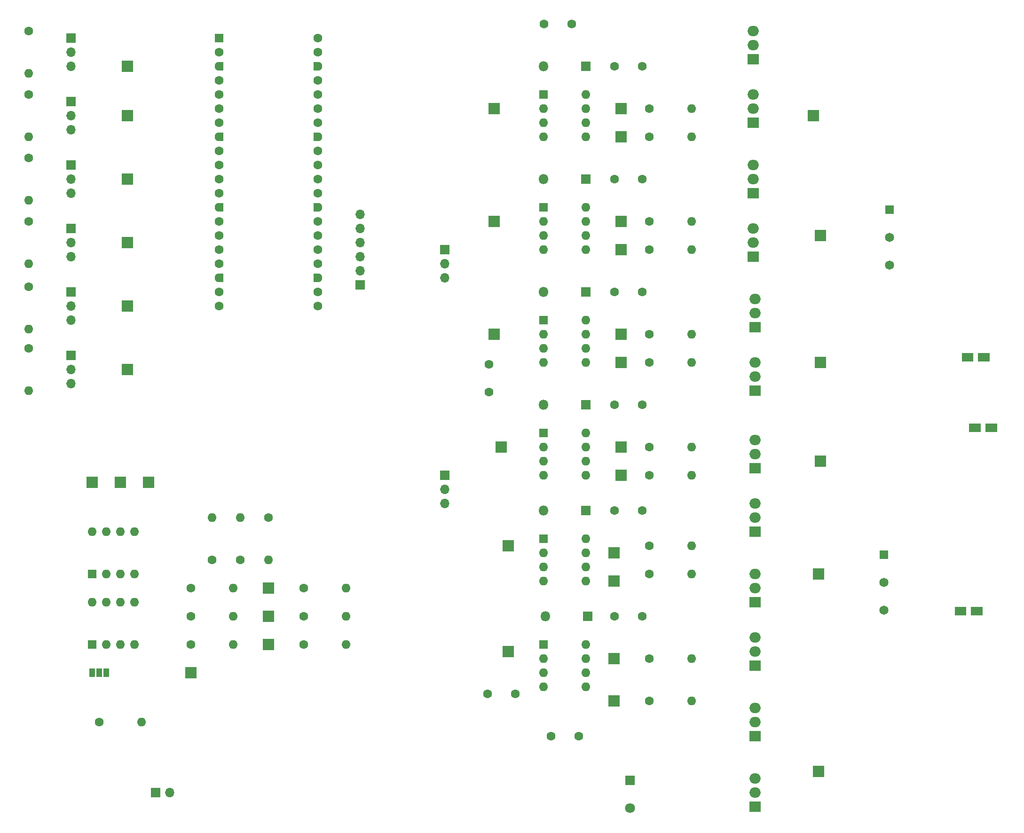
<source format=gbr>
%TF.GenerationSoftware,KiCad,Pcbnew,7.0.5*%
%TF.CreationDate,2024-03-16T22:55:45+00:00*%
%TF.ProjectId,PCB,5043422e-6b69-4636-9164-5f7063625858,rev?*%
%TF.SameCoordinates,Original*%
%TF.FileFunction,Soldermask,Top*%
%TF.FilePolarity,Negative*%
%FSLAX46Y46*%
G04 Gerber Fmt 4.6, Leading zero omitted, Abs format (unit mm)*
G04 Created by KiCad (PCBNEW 7.0.5) date 2024-03-16 22:55:45*
%MOMM*%
%LPD*%
G01*
G04 APERTURE LIST*
G04 Aperture macros list*
%AMRoundRect*
0 Rectangle with rounded corners*
0 $1 Rounding radius*
0 $2 $3 $4 $5 $6 $7 $8 $9 X,Y pos of 4 corners*
0 Add a 4 corners polygon primitive as box body*
4,1,4,$2,$3,$4,$5,$6,$7,$8,$9,$2,$3,0*
0 Add four circle primitives for the rounded corners*
1,1,$1+$1,$2,$3*
1,1,$1+$1,$4,$5*
1,1,$1+$1,$6,$7*
1,1,$1+$1,$8,$9*
0 Add four rect primitives between the rounded corners*
20,1,$1+$1,$2,$3,$4,$5,0*
20,1,$1+$1,$4,$5,$6,$7,0*
20,1,$1+$1,$6,$7,$8,$9,0*
20,1,$1+$1,$8,$9,$2,$3,0*%
%AMFreePoly0*
4,1,6,1.000000,0.000000,0.500000,-0.750000,-0.500000,-0.750000,-0.500000,0.750000,0.500000,0.750000,1.000000,0.000000,1.000000,0.000000,$1*%
%AMFreePoly1*
4,1,28,0.605014,0.794986,0.644504,0.794986,0.724698,0.756366,0.780194,0.686777,0.800000,0.600000,0.800000,-0.600000,0.780194,-0.686777,0.724698,-0.756366,0.644504,-0.794986,0.605014,-0.794986,0.600000,-0.800000,0.000000,-0.800000,-0.178017,-0.779942,-0.347107,-0.720775,-0.498792,-0.625465,-0.625465,-0.498792,-0.720775,-0.347107,-0.779942,-0.178017,-0.800000,0.000000,-0.779942,0.178017,
-0.720775,0.347107,-0.625465,0.498792,-0.498792,0.625465,-0.347107,0.720775,-0.178017,0.779942,0.000000,0.800000,0.600000,0.800000,0.605014,0.794986,0.605014,0.794986,$1*%
%AMFreePoly2*
4,1,28,0.178017,0.779942,0.347107,0.720775,0.498792,0.625465,0.625465,0.498792,0.720775,0.347107,0.779942,0.178017,0.800000,0.000000,0.779942,-0.178017,0.720775,-0.347107,0.625465,-0.498792,0.498792,-0.625465,0.347107,-0.720775,0.178017,-0.779942,0.000000,-0.800000,-0.600000,-0.800000,-0.605014,-0.794986,-0.644504,-0.794986,-0.724698,-0.756366,-0.780194,-0.686777,-0.800000,-0.600000,
-0.800000,0.600000,-0.780194,0.686777,-0.724698,0.756366,-0.644504,0.794986,-0.605014,0.794986,-0.600000,0.800000,0.000000,0.800000,0.178017,0.779942,0.178017,0.779942,$1*%
G04 Aperture macros list end*
%ADD10R,1.800000X1.800000*%
%ADD11O,1.800000X1.800000*%
%ADD12R,2.000000X2.000000*%
%ADD13C,1.600000*%
%ADD14O,1.600000X1.600000*%
%ADD15R,2.000000X1.905000*%
%ADD16O,2.000000X1.905000*%
%ADD17R,1.500000X1.500000*%
%ADD18FreePoly0,0.000000*%
%ADD19FreePoly0,180.000000*%
%ADD20R,1.600000X1.600000*%
%ADD21R,1.700000X1.700000*%
%ADD22O,1.700000X1.700000*%
%ADD23RoundRect,0.200000X-0.600000X-0.600000X0.600000X-0.600000X0.600000X0.600000X-0.600000X0.600000X0*%
%ADD24FreePoly1,0.000000*%
%ADD25FreePoly2,0.000000*%
%ADD26R,1.650000X1.650000*%
%ADD27C,1.650000*%
%ADD28R,1.000000X1.500000*%
%ADD29C,1.800000*%
G04 APERTURE END LIST*
D10*
%TO.C,D5*%
X234620000Y-103810000D03*
D11*
X227000000Y-103810000D03*
%TD*%
D12*
%TO.C,TP32*%
X239700000Y-176200000D03*
%TD*%
D13*
%TO.C,C1*%
X217170000Y-142160000D03*
X217170000Y-137160000D03*
%TD*%
%TO.C,R14*%
X163500000Y-182550000D03*
D14*
X171120000Y-182550000D03*
%TD*%
D12*
%TO.C,TP5*%
X240970000Y-96190000D03*
%TD*%
%TO.C,TP10*%
X276855000Y-136830000D03*
%TD*%
D13*
%TO.C,R4*%
X246050000Y-174930000D03*
D14*
X253670000Y-174930000D03*
%TD*%
D13*
%TO.C,C2*%
X239740000Y-144450000D03*
X244740000Y-144450000D03*
%TD*%
D15*
%TO.C,Q1*%
X265100000Y-167310000D03*
D16*
X265100000Y-164770000D03*
X265100000Y-162230000D03*
%TD*%
D12*
%TO.C,TP31*%
X239700000Y-171120000D03*
%TD*%
D15*
%TO.C,Q5*%
X265100000Y-216840000D03*
D16*
X265100000Y-214300000D03*
X265100000Y-211760000D03*
%TD*%
D13*
%TO.C,R25*%
X134290000Y-100000000D03*
D14*
X134290000Y-107620000D03*
%TD*%
D17*
%TO.C,JP5*%
X303600000Y-135890000D03*
X306000000Y-135890000D03*
D18*
X302800000Y-135890000D03*
D19*
X306800000Y-135890000D03*
%TD*%
D10*
%TO.C,D3*%
X234950000Y-182550000D03*
D11*
X227330000Y-182550000D03*
%TD*%
D13*
%TO.C,C5*%
X239780000Y-163500000D03*
X244780000Y-163500000D03*
%TD*%
D20*
%TO.C,U1*%
X227010000Y-149540000D03*
D14*
X227010000Y-152080000D03*
X227010000Y-154620000D03*
X227010000Y-157160000D03*
X234630000Y-157160000D03*
X234630000Y-154620000D03*
X234630000Y-152080000D03*
X234630000Y-149540000D03*
%TD*%
D12*
%TO.C,TP26*%
X240970000Y-152070000D03*
%TD*%
D15*
%TO.C,Q11*%
X265100000Y-130480000D03*
D16*
X265100000Y-127940000D03*
X265100000Y-125400000D03*
%TD*%
D12*
%TO.C,TP21*%
X152070000Y-83490000D03*
%TD*%
D13*
%TO.C,R5*%
X246050000Y-190170000D03*
D14*
X253670000Y-190170000D03*
%TD*%
D12*
%TO.C,TP29*%
X276530000Y-174930000D03*
%TD*%
%TO.C,TP20*%
X177470000Y-187630000D03*
%TD*%
D13*
%TO.C,R7*%
X246050000Y-91110000D03*
D14*
X253670000Y-91110000D03*
%TD*%
D12*
%TO.C,TP28*%
X276855000Y-154610000D03*
%TD*%
%TO.C,TP19*%
X177470000Y-182550000D03*
%TD*%
D13*
%TO.C,R16*%
X183820000Y-177470000D03*
D14*
X191440000Y-177470000D03*
%TD*%
D12*
%TO.C,TP1*%
X218110000Y-91110000D03*
%TD*%
D15*
%TO.C,Q9*%
X264775000Y-106350000D03*
D16*
X264775000Y-103810000D03*
X264775000Y-101270000D03*
%TD*%
D20*
%TO.C,U6*%
X227010000Y-108900000D03*
D14*
X227010000Y-111440000D03*
X227010000Y-113980000D03*
X227010000Y-116520000D03*
X234630000Y-116520000D03*
X234630000Y-113980000D03*
X234630000Y-111440000D03*
X234630000Y-108900000D03*
%TD*%
D13*
%TO.C,R13*%
X163500000Y-177470000D03*
D14*
X171120000Y-177470000D03*
%TD*%
D13*
%TO.C,C8*%
X239740000Y-182550000D03*
X244740000Y-182550000D03*
%TD*%
%TO.C,R6*%
X246050000Y-197790000D03*
D14*
X253670000Y-197790000D03*
%TD*%
D12*
%TO.C,TP17*%
X155880000Y-158420000D03*
%TD*%
%TO.C,TP36*%
X152070000Y-138100000D03*
%TD*%
D20*
%TO.C,U7*%
X227010000Y-129220000D03*
D14*
X227010000Y-131760000D03*
X227010000Y-134300000D03*
X227010000Y-136840000D03*
X234630000Y-136840000D03*
X234630000Y-134300000D03*
X234630000Y-131760000D03*
X234630000Y-129220000D03*
%TD*%
D20*
%TO.C,U5*%
X227010000Y-88580000D03*
D14*
X227010000Y-91120000D03*
X227010000Y-93660000D03*
X227010000Y-96200000D03*
X234630000Y-96200000D03*
X234630000Y-93660000D03*
X234630000Y-91120000D03*
X234630000Y-88580000D03*
%TD*%
D20*
%TO.C,U9*%
X145730000Y-174920000D03*
D14*
X148270000Y-174920000D03*
X150810000Y-174920000D03*
X153350000Y-174920000D03*
X153350000Y-167300000D03*
X150810000Y-167300000D03*
X148270000Y-167300000D03*
X145730000Y-167300000D03*
%TD*%
D21*
%TO.C,J4*%
X209220000Y-116510000D03*
D22*
X209220000Y-119050000D03*
X209220000Y-121590000D03*
%TD*%
D13*
%TO.C,C7*%
X221880000Y-196520000D03*
X216880000Y-196520000D03*
%TD*%
D12*
%TO.C,TP6*%
X240970000Y-111430000D03*
%TD*%
%TO.C,TP4*%
X240970000Y-91110000D03*
%TD*%
D20*
%TO.C,U8*%
X145730000Y-187620000D03*
D14*
X148270000Y-187620000D03*
X150810000Y-187620000D03*
X153350000Y-187620000D03*
X153350000Y-180000000D03*
X150810000Y-180000000D03*
X148270000Y-180000000D03*
X145730000Y-180000000D03*
%TD*%
D12*
%TO.C,TP14*%
X150800000Y-158420000D03*
%TD*%
D13*
%TO.C,R26*%
X134290000Y-111430000D03*
D14*
X134290000Y-119050000D03*
%TD*%
D12*
%TO.C,TP2*%
X218110000Y-111430000D03*
%TD*%
D13*
%TO.C,R11*%
X246050000Y-131750000D03*
D14*
X253670000Y-131750000D03*
%TD*%
D21*
%TO.C,J7*%
X141910000Y-89855000D03*
D22*
X141910000Y-92395000D03*
X141910000Y-94935000D03*
%TD*%
D15*
%TO.C,Q4*%
X265100000Y-204140000D03*
D16*
X265100000Y-201600000D03*
X265100000Y-199060000D03*
%TD*%
D13*
%TO.C,R22*%
X134290000Y-77140000D03*
D14*
X134290000Y-84760000D03*
%TD*%
D17*
%TO.C,JP3*%
X304730000Y-181610000D03*
X302330000Y-181610000D03*
D19*
X305530000Y-181610000D03*
D18*
X301530000Y-181610000D03*
%TD*%
D21*
%TO.C,J9*%
X141910000Y-78425000D03*
D22*
X141910000Y-80965000D03*
X141910000Y-83505000D03*
%TD*%
D12*
%TO.C,TP16*%
X152070000Y-115240000D03*
%TD*%
D13*
%TO.C,R21*%
X177470000Y-164770000D03*
D14*
X177470000Y-172390000D03*
%TD*%
D13*
%TO.C,C3*%
X239780000Y-83490000D03*
X244780000Y-83490000D03*
%TD*%
D12*
%TO.C,TP13*%
X163500000Y-192710000D03*
%TD*%
D10*
%TO.C,D4*%
X234620000Y-83490000D03*
D11*
X227000000Y-83490000D03*
%TD*%
D13*
%TO.C,R28*%
X134290000Y-134290000D03*
D14*
X134290000Y-141910000D03*
%TD*%
D13*
%TO.C,C9*%
X233310000Y-204140000D03*
X228310000Y-204140000D03*
%TD*%
D21*
%TO.C,J8*%
X141910000Y-101270000D03*
D22*
X141910000Y-103810000D03*
X141910000Y-106350000D03*
%TD*%
D12*
%TO.C,TP18*%
X177470000Y-177470000D03*
%TD*%
D13*
%TO.C,R18*%
X183820000Y-187630000D03*
D14*
X191440000Y-187630000D03*
%TD*%
D13*
%TO.C,R8*%
X246050000Y-96190000D03*
D14*
X253670000Y-96190000D03*
%TD*%
D20*
%TO.C,U3*%
X227000000Y-187640000D03*
D14*
X227000000Y-190180000D03*
X227000000Y-192720000D03*
X227000000Y-195260000D03*
X234620000Y-195260000D03*
X234620000Y-192720000D03*
X234620000Y-190180000D03*
X234620000Y-187640000D03*
%TD*%
D12*
%TO.C,TP27*%
X240970000Y-157150000D03*
%TD*%
D23*
%TO.C,U4*%
X168580000Y-78410000D03*
D13*
X168580000Y-80950000D03*
D24*
X168580000Y-83490000D03*
D13*
X168580000Y-86030000D03*
X168580000Y-88570000D03*
X168580000Y-91110000D03*
X168580000Y-93650000D03*
D24*
X168580000Y-96190000D03*
D13*
X168580000Y-98730000D03*
X168580000Y-101270000D03*
X168580000Y-103810000D03*
X168580000Y-106350000D03*
D24*
X168580000Y-108890000D03*
D13*
X168580000Y-111430000D03*
X168580000Y-113970000D03*
X168580000Y-116510000D03*
X168580000Y-119050000D03*
D24*
X168580000Y-121590000D03*
D13*
X168580000Y-124130000D03*
X168580000Y-126670000D03*
X186360000Y-126670000D03*
X186360000Y-124130000D03*
D25*
X186360000Y-121590000D03*
D13*
X186360000Y-119050000D03*
X186360000Y-116510000D03*
X186360000Y-113970000D03*
X186360000Y-111430000D03*
D25*
X186360000Y-108890000D03*
D13*
X186360000Y-106350000D03*
X186360000Y-103810000D03*
X186360000Y-101270000D03*
X186360000Y-98730000D03*
D25*
X186360000Y-96190000D03*
D13*
X186360000Y-93650000D03*
X186360000Y-91110000D03*
X186360000Y-88570000D03*
X186360000Y-86030000D03*
D25*
X186360000Y-83490000D03*
D13*
X186360000Y-80950000D03*
X186360000Y-78410000D03*
%TD*%
D12*
%TO.C,TP11*%
X240970000Y-131750000D03*
%TD*%
D21*
%TO.C,J11*%
X141910000Y-124130000D03*
D22*
X141910000Y-126670000D03*
X141910000Y-129210000D03*
%TD*%
D12*
%TO.C,TP33*%
X239700000Y-190170000D03*
%TD*%
%TO.C,TP30*%
X276530000Y-210490000D03*
%TD*%
D13*
%TO.C,R1*%
X246050000Y-152070000D03*
D14*
X253670000Y-152070000D03*
%TD*%
D12*
%TO.C,TP8*%
X275585000Y-92380000D03*
%TD*%
D21*
%TO.C,J3*%
X209220000Y-157150000D03*
D22*
X209220000Y-159690000D03*
X209220000Y-162230000D03*
%TD*%
D10*
%TO.C,D1*%
X234620000Y-144450000D03*
D11*
X227000000Y-144450000D03*
%TD*%
D21*
%TO.C,J1*%
X193980000Y-122860000D03*
D22*
X193980000Y-120320000D03*
X193980000Y-117780000D03*
X193980000Y-115240000D03*
X193980000Y-112700000D03*
X193980000Y-110160000D03*
%TD*%
D15*
%TO.C,Q8*%
X264775000Y-93650000D03*
D16*
X264775000Y-91110000D03*
X264775000Y-88570000D03*
%TD*%
D10*
%TO.C,D2*%
X234620000Y-163500000D03*
D11*
X227000000Y-163500000D03*
%TD*%
D13*
%TO.C,R12*%
X246050000Y-136830000D03*
D14*
X253670000Y-136830000D03*
%TD*%
D12*
%TO.C,TP15*%
X145720000Y-158420000D03*
%TD*%
D13*
%TO.C,R3*%
X246050000Y-169850000D03*
D14*
X253670000Y-169850000D03*
%TD*%
D12*
%TO.C,TP25*%
X220650000Y-188900000D03*
%TD*%
%TO.C,TP22*%
X152070000Y-92380000D03*
%TD*%
%TO.C,TP35*%
X152070000Y-103810000D03*
%TD*%
%TO.C,TP12*%
X240970000Y-136830000D03*
%TD*%
%TO.C,TP24*%
X220650000Y-169850000D03*
%TD*%
D15*
%TO.C,Q7*%
X265100000Y-155880000D03*
D16*
X265100000Y-153340000D03*
X265100000Y-150800000D03*
%TD*%
D13*
%TO.C,R2*%
X246050000Y-157150000D03*
D14*
X253670000Y-157150000D03*
%TD*%
D21*
%TO.C,J10*%
X141910000Y-112700000D03*
D22*
X141910000Y-115240000D03*
X141910000Y-117780000D03*
%TD*%
D13*
%TO.C,C10*%
X232040000Y-75870000D03*
X227040000Y-75870000D03*
%TD*%
D15*
%TO.C,Q10*%
X264775000Y-117780000D03*
D16*
X264775000Y-115240000D03*
X264775000Y-112700000D03*
%TD*%
D12*
%TO.C,TP34*%
X239700000Y-197790000D03*
%TD*%
D13*
%TO.C,R19*%
X167310000Y-172390000D03*
D14*
X167310000Y-164770000D03*
%TD*%
D12*
%TO.C,TP3*%
X218110000Y-131750000D03*
%TD*%
D17*
%TO.C,JP4*%
X304940000Y-148590000D03*
X307340000Y-148590000D03*
D18*
X304140000Y-148590000D03*
D19*
X308140000Y-148590000D03*
%TD*%
D13*
%TO.C,R27*%
X134290000Y-123190000D03*
D14*
X134290000Y-130810000D03*
%TD*%
D13*
%TO.C,R17*%
X183820000Y-182550000D03*
D14*
X191440000Y-182550000D03*
%TD*%
D12*
%TO.C,TP7*%
X240970000Y-116510000D03*
%TD*%
%TO.C,TP9*%
X276855000Y-113970000D03*
%TD*%
D21*
%TO.C,J13*%
X157150000Y-214300000D03*
D22*
X159690000Y-214300000D03*
%TD*%
D26*
%TO.C,J2*%
X289260000Y-109300000D03*
D27*
X289260000Y-114300000D03*
X289260000Y-119300000D03*
%TD*%
D26*
%TO.C,J5*%
X288290000Y-171450000D03*
D27*
X288290000Y-176450000D03*
X288290000Y-181450000D03*
%TD*%
D15*
%TO.C,Q3*%
X265100000Y-180010000D03*
D16*
X265100000Y-177470000D03*
X265100000Y-174930000D03*
%TD*%
D21*
%TO.C,J12*%
X141910000Y-135575000D03*
D22*
X141910000Y-138115000D03*
X141910000Y-140655000D03*
%TD*%
D13*
%TO.C,R10*%
X246050000Y-116510000D03*
D14*
X253670000Y-116510000D03*
%TD*%
D13*
%TO.C,R24*%
X146990000Y-201600000D03*
D14*
X154610000Y-201600000D03*
%TD*%
D13*
%TO.C,R9*%
X246050000Y-111430000D03*
D14*
X253670000Y-111430000D03*
%TD*%
D28*
%TO.C,JP6*%
X145660000Y-192710000D03*
X146960000Y-192710000D03*
X148260000Y-192710000D03*
%TD*%
D15*
%TO.C,Q12*%
X265100000Y-141910000D03*
D16*
X265100000Y-139370000D03*
X265100000Y-136830000D03*
%TD*%
D13*
%TO.C,R15*%
X163500000Y-187630000D03*
D14*
X171120000Y-187630000D03*
%TD*%
D15*
%TO.C,Q2*%
X265100000Y-191440000D03*
D16*
X265100000Y-188900000D03*
X265100000Y-186360000D03*
%TD*%
D15*
%TO.C,Q6*%
X264775000Y-82220000D03*
D16*
X264775000Y-79680000D03*
X264775000Y-77140000D03*
%TD*%
D10*
%TO.C,D6*%
X234620000Y-124130000D03*
D11*
X227000000Y-124130000D03*
%TD*%
D13*
%TO.C,C4*%
X239740000Y-103810000D03*
X244740000Y-103810000D03*
%TD*%
%TO.C,R20*%
X172390000Y-172390000D03*
D14*
X172390000Y-164770000D03*
%TD*%
D12*
%TO.C,TP23*%
X219380000Y-152070000D03*
%TD*%
D10*
%TO.C,J6*%
X242570000Y-212090000D03*
D29*
X242570000Y-217090000D03*
%TD*%
D12*
%TO.C,TP37*%
X152070000Y-126670000D03*
%TD*%
D13*
%TO.C,C6*%
X239740000Y-124130000D03*
X244740000Y-124130000D03*
%TD*%
%TO.C,R23*%
X134290000Y-88570000D03*
D14*
X134290000Y-96190000D03*
%TD*%
D20*
%TO.C,U2*%
X227010000Y-168590000D03*
D14*
X227010000Y-171130000D03*
X227010000Y-173670000D03*
X227010000Y-176210000D03*
X234630000Y-176210000D03*
X234630000Y-173670000D03*
X234630000Y-171130000D03*
X234630000Y-168590000D03*
%TD*%
M02*

</source>
